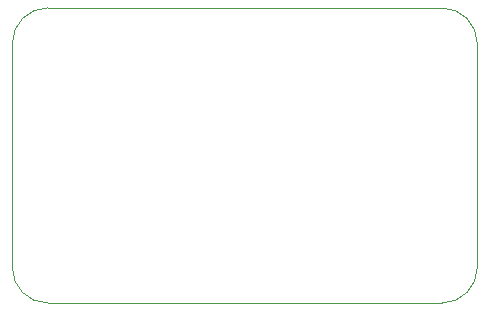
<source format=gbr>
%TF.GenerationSoftware,KiCad,Pcbnew,9.0.0*%
%TF.CreationDate,2025-04-26T00:36:12+05:30*%
%TF.ProjectId,ftdi-updi-auto-v2,66746469-2d75-4706-9469-2d6175746f2d,rev?*%
%TF.SameCoordinates,Original*%
%TF.FileFunction,Profile,NP*%
%FSLAX46Y46*%
G04 Gerber Fmt 4.6, Leading zero omitted, Abs format (unit mm)*
G04 Created by KiCad (PCBNEW 9.0.0) date 2025-04-26 00:36:12*
%MOMM*%
%LPD*%
G01*
G04 APERTURE LIST*
%TA.AperFunction,Profile*%
%ADD10C,0.100000*%
%TD*%
G04 APERTURE END LIST*
D10*
X80645000Y-68973846D02*
X80645000Y-49990000D01*
X117015000Y-71973846D02*
X83645000Y-71973846D01*
X80645000Y-49990000D02*
G75*
G02*
X83645000Y-46990000I3000000J0D01*
G01*
X120015000Y-49990000D02*
X120015000Y-68973846D01*
X117015000Y-46990000D02*
G75*
G02*
X120015000Y-49990000I0J-3000000D01*
G01*
X83645000Y-46990000D02*
X117015000Y-46990000D01*
X120015000Y-68973846D02*
G75*
G02*
X117015000Y-71973800I-3000000J46D01*
G01*
X83645000Y-71973846D02*
G75*
G02*
X80644954Y-68973846I0J3000046D01*
G01*
M02*

</source>
